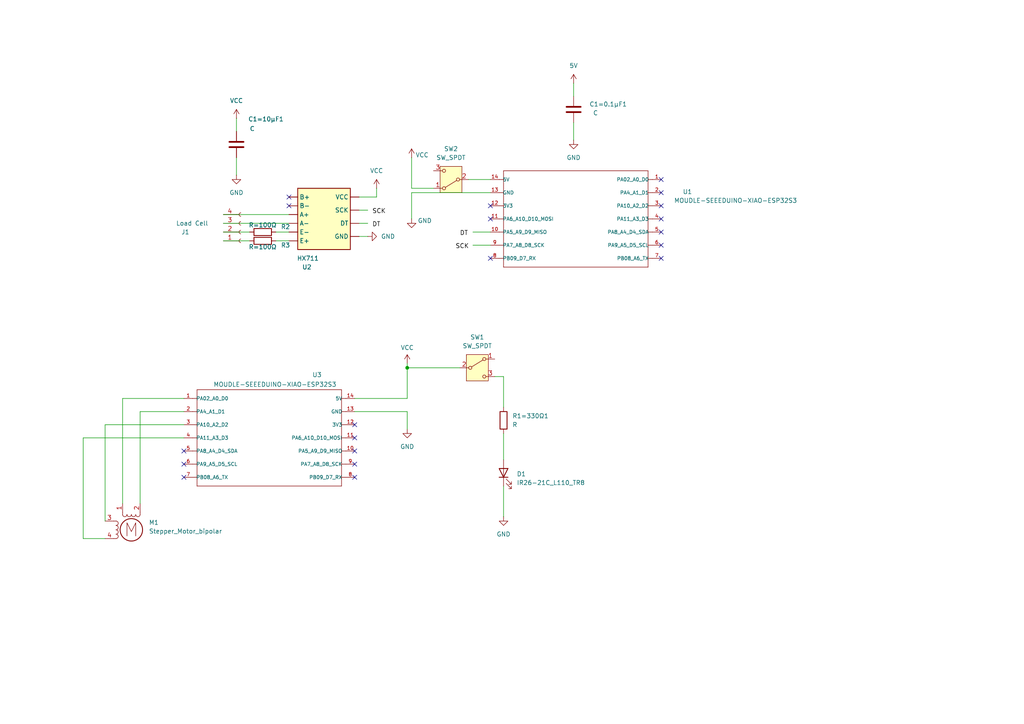
<source format=kicad_sch>
(kicad_sch (version 20231120) (generator "eeschema") (generator_version "8.0")
  (paper "A4")
  (title_block (title "Sensor PCB") (date "2025-01-25") (rev "v1.0") (company "Hannah Xiao"))
  (lib_symbols
    (symbol "Connector:Conn_01x04_Socket" (pin_names (offset 1.016) hide)
      (property "Reference" "J" (at 0 5.08 0))
      (property "Value" "Conn_01x04_Socket" (at 0 -7.62 0))
      (symbol "Conn_01x04_Socket_1_1"
        (arc (start 0 -4.572) (mid -0.5058 -5.08) (end 0 -5.588) (stroke (width 0.1524)))
        (arc (start 0 -2.032) (mid -0.5058 -2.54) (end 0 -3.048) (stroke (width 0.1524)))
        (polyline (pts (xy -1.27 -5.08) (xy -0.508 -5.08)) (stroke (width 0.1524)))
        (polyline (pts (xy -1.27 -2.54) (xy -0.508 -2.54)) (stroke (width 0.1524)))
        (polyline (pts (xy -1.27 0) (xy -0.508 0)) (stroke (width 0.1524)))
        (polyline (pts (xy -1.27 2.54) (xy -0.508 2.54)) (stroke (width 0.1524)))
        (arc (start 0 0.508) (mid -0.5058 0) (end 0 -0.508) (stroke (width 0.1524)))
        (arc (start 0 3.048) (mid -0.5058 2.54) (end 0 2.032) (stroke (width 0.1524)))
        (pin passive line (at -5.08 2.54 0) (length 3.81) (name "Pin_1") (number "1"))
        (pin passive line (at -5.08 0 0) (length 3.81) (name "Pin_2") (number "2"))
        (pin passive line (at -5.08 -2.54 0) (length 3.81) (name "Pin_3") (number "3"))
        (pin passive line (at -5.08 -5.08 0) (length 3.81) (name "Pin_4") (number "4"))
      )
    )
    (symbol "Device:C" (pin_numbers hide) (pin_names (offset 0.254))
      (property "Reference" "C" (at 0.635 2.54 0))
      (property "Value" "C" (at 0.635 -2.54 0))
      (symbol "C_0_1"
        (polyline (pts (xy -2.032 -0.762) (xy 2.032 -0.762)) (stroke (width 0.508)))
        (polyline (pts (xy -2.032 0.762) (xy 2.032 0.762)) (stroke (width 0.508)))
      )
      (symbol "C_1_1"
        (pin passive line (at 0 3.81 270) (length 2.794) (name "~") (number "1"))
        (pin passive line (at 0 -3.81 90) (length 2.794) (name "~") (number "2"))
      )
    )
    (symbol "Device:R" (pin_numbers hide) (pin_names (offset 0))
      (property "Reference" "R" (at 2.032 0 90))
      (property "Value" "R" (at 0 0 90))
      (symbol "R_0_1"
        (rectangle (start -1.016 -2.54) (end 1.016 2.54) (stroke (width 0.254)))
      )
      (symbol "R_1_1"
        (pin passive line (at 0 3.81 270) (length 1.27) (name "~") (number "1"))
        (pin passive line (at 0 -3.81 90) (length 1.27) (name "~") (number "2"))
      )
    )
    (symbol "HX711_1_1"
      (property "Reference" "U2" (at -101.6 -22.86 0))
      (property "Value" "HX711" (at -103.124 -25.4 0))
      (symbol "HX711_1_1_0_1"
        (rectangle (start -102.87 -27.94) (end -87.63 -45.72) (stroke (width 0.254)) (fill (type background)))
      )
      (symbol "HX711_1_1_1_1"
        (pin input line (at -105.41 -38.1 0) (length 2.54) (name "A+") (number ""))
        (pin input line (at -105.41 -35.56 0) (length 2.54) (name "A-") (number ""))
        (pin input line (at -105.41 -43.18 0) (length 2.54) (name "B+") (number ""))
        (pin input line (at -105.41 -40.64 0) (length 2.54) (name "B-") (number ""))
        (pin output line (at -85.09 -35.56 180) (length 2.54) (name "DT") (number ""))
        (pin passive line (at -105.41 -30.48 0) (length 2.54) (name "E+") (number ""))
        (pin passive line (at -105.41 -33.02 0) (length 2.54) (name "E-") (number ""))
        (pin power_in line (at -85.09 -31.75 180) (length 2.54) (name "GND") (number ""))
        (pin input line (at -85.09 -39.37 180) (length 2.54) (name "SCK") (number ""))
        (pin power_in line (at -85.09 -43.18 180) (length 2.54) (name "VCC") (number ""))
      )
    )
    (symbol "LED:IR26-21C_L110_TR8" (pin_numbers hide) (pin_names (offset 1.016) hide)
      (property "Reference" "D" (at 0 2.54 0))
      (property "Value" "IR26-21C_L110_TR8" (at 0 -3.81 0))
      (symbol "IR26-21C_L110_TR8_0_1"
        (polyline (pts (xy -1.27 -1.27) (xy -1.27 1.27)) (stroke (width 0.254)))
        (polyline (pts (xy -1.27 0) (xy 1.27 0)))
        (polyline (pts (xy 1.27 -1.27) (xy 1.27 1.27) (xy -1.27 0) (xy 1.27 -1.27)) (stroke (width 0.254)))
        (polyline (pts (xy -3.048 -0.762) (xy -4.572 -2.286) (xy -3.81 -2.286) (xy -4.572 -2.286) (xy -4.572 -1.524)))
        (polyline (pts (xy -1.778 -0.762) (xy -3.302 -2.286) (xy -2.54 -2.286) (xy -3.302 -2.286) (xy -3.302 -1.524)))
      )
      (symbol "IR26-21C_L110_TR8_1_1"
        (pin passive line (at -3.81 0 0) (length 2.54) (name "K") (number "1"))
        (pin passive line (at 3.81 0 180) (length 2.54) (name "A") (number "2"))
      )
    )
    (symbol "MOUDLE-SEEEDUINO-XIAO-ESP32S3:MOUDLE-SEEEDUINO-XIAO-ESP32S3" (pin_names (offset 1.016))
      (property "Reference" "U" (at -21.59 15.24 0))
      (property "Value" "MOUDLE-SEEEDUINO-XIAO-ESP32S3" (at -21.59 13.97 0))
      (symbol "MOUDLE-SEEEDUINO-XIAO-ESP32S3_0_0"
        (polyline (pts (xy -21.59 -13.97) (xy -21.59 0)) (stroke (width 0.1524)))
        (polyline (pts (xy -21.59 -11.43) (xy -22.86 -11.43)) (stroke (width 0.1524)))
        (polyline (pts (xy -21.59 -7.62) (xy -22.86 -7.62)) (stroke (width 0.1524)))
        (polyline (pts (xy -21.59 -3.81) (xy -22.86 -3.81)) (stroke (width 0.1524)))
        (polyline (pts (xy -21.59 0) (xy -22.86 0)) (stroke (width 0.1524)))
        (polyline (pts (xy -21.59 0) (xy -21.59 3.81)) (stroke (width 0.1524)))
        (polyline (pts (xy -21.59 3.81) (xy -22.86 3.81)) (stroke (width 0.1524)))
        (polyline (pts (xy -21.59 3.81) (xy -21.59 7.62)) (stroke (width 0.1524)))
        (polyline (pts (xy -21.59 7.62) (xy -22.86 7.62)) (stroke (width 0.1524)))
        (polyline (pts (xy -21.59 7.62) (xy -21.59 11.43)) (stroke (width 0.1524)))
        (polyline (pts (xy -21.59 11.43) (xy -22.86 11.43)) (stroke (width 0.1524)))
        (polyline (pts (xy -21.59 11.43) (xy -21.59 13.97)) (stroke (width 0.1524)))
        (polyline (pts (xy -21.59 13.97) (xy 20.32 13.97)) (stroke (width 0.1524)))
        (polyline (pts (xy 20.32 -13.97) (xy -21.59 -13.97)) (stroke (width 0.1524)))
        (polyline (pts (xy 20.32 3.81) (xy 20.32 -13.97)) (stroke (width 0.1524)))
        (polyline (pts (xy 20.32 7.62) (xy 20.32 3.81)) (stroke (width 0.1524)))
        (polyline (pts (xy 20.32 11.43) (xy 20.32 7.62)) (stroke (width 0.1524)))
        (polyline (pts (xy 20.32 13.97) (xy 20.32 11.43)) (stroke (width 0.1524)))
        (polyline (pts (xy 21.59 -11.43) (xy 20.32 -11.43)) (stroke (width 0.1524)))
        (polyline (pts (xy 21.59 -7.62) (xy 20.32 -7.62)) (stroke (width 0.1524)))
        (polyline (pts (xy 21.59 -3.81) (xy 20.32 -3.81)) (stroke (width 0.1524)))
        (polyline (pts (xy 21.59 0) (xy 20.32 0)) (stroke (width 0.1524)))
        (polyline (pts (xy 21.59 3.81) (xy 20.32 3.81)) (stroke (width 0.1524)))
        (polyline (pts (xy 21.59 7.62) (xy 20.32 7.62)) (stroke (width 0.1524)))
        (polyline (pts (xy 21.59 11.43) (xy 20.32 11.43)) (stroke (width 0.1524)))
        (pin bidirectional line (at -25.4 11.43 0) (length 2.54) (name "PA02_A0_D0") (number "1"))
        (pin bidirectional line (at 24.13 -3.81 180) (length 2.54) (name "PA5_A9_D9_MISO") (number "10"))
        (pin bidirectional line (at 24.13 0 180) (length 2.54) (name "PA6_A10_D10_MOSI") (number "11"))
        (pin bidirectional line (at 24.13 3.81 180) (length 2.54) (name "3V3") (number "12"))
        (pin bidirectional line (at 24.13 7.62 180) (length 2.54) (name "GND") (number "13"))
        (pin bidirectional line (at 24.13 11.43 180) (length 2.54) (name "5V") (number "14"))
        (pin bidirectional line (at -25.4 7.62 0) (length 2.54) (name "PA4_A1_D1") (number "2"))
        (pin bidirectional line (at -25.4 3.81 0) (length 2.54) (name "PA10_A2_D2") (number "3"))
        (pin bidirectional line (at -25.4 0 0) (length 2.54) (name "PA11_A3_D3") (number "4"))
        (pin bidirectional line (at -25.4 -3.81 0) (length 2.54) (name "PA8_A4_D4_SDA") (number "5"))
        (pin bidirectional line (at -25.4 -7.62 0) (length 2.54) (name "PA9_A5_D5_SCL") (number "6"))
        (pin bidirectional line (at -25.4 -11.43 0) (length 2.54) (name "PB08_A6_TX") (number "7"))
        (pin bidirectional line (at 24.13 -11.43 180) (length 2.54) (name "PB09_D7_RX") (number "8"))
        (pin bidirectional line (at 24.13 -7.62 180) (length 2.54) (name "PA7_A8_D8_SCK") (number "9"))
      )
    )
    (symbol "Motor:Stepper_Motor_bipolar" (pin_names (offset 0) hide)
      (property "Reference" "M" (at 3.81 2.54 0))
      (property "Value" "Stepper_Motor_bipolar" (at 3.81 1.27 0))
      (symbol "Stepper_Motor_bipolar_0_0"
        (polyline (pts (xy -1.27 -1.778) (xy -1.27 2.032) (xy 0 -0.508) (xy 1.27 2.032) (xy 1.27 -1.778)))
      )
      (symbol "Stepper_Motor_bipolar_0_1"
        (arc (start -4.445 -2.54) (mid -3.8127 -1.905) (end -4.445 -1.27))
        (arc (start -4.445 -1.27) (mid -3.8127 -0.635) (end -4.445 0))
        (arc (start -4.445 0) (mid -3.8127 0.635) (end -4.445 1.27))
        (arc (start -4.445 1.27) (mid -3.8127 1.905) (end -4.445 2.54))
        (arc (start -2.54 4.445) (mid -1.905 3.8127) (end -1.27 4.445))
        (arc (start -1.27 4.445) (mid -0.635 3.8127) (end 0 4.445))
        (polyline (pts (xy -5.08 -2.54) (xy -4.445 -2.54)))
        (polyline (pts (xy -5.08 2.54) (xy -4.445 2.54)))
        (polyline (pts (xy -2.54 5.08) (xy -2.54 4.445)))
        (polyline (pts (xy 2.54 5.08) (xy 2.54 4.445)))
        (circle (center 0 0) (radius 3.2512) (stroke (width 0.254)))
        (arc (start 0 4.445) (mid 0.635 3.8127) (end 1.27 4.445))
        (arc (start 1.27 4.445) (mid 1.905 3.8127) (end 2.54 4.445))
      )
      (symbol "Stepper_Motor_bipolar_1_1"
        (pin passive line (at -2.54 7.62 270) (length 2.54) (name "~") (number "1"))
        (pin passive line (at 2.54 7.62 270) (length 2.54) (name "-") (number "2"))
        (pin passive line (at -7.62 2.54 0) (length 2.54) (name "~") (number "3"))
        (pin passive line (at -7.62 -2.54 0) (length 2.54) (name "~") (number "4"))
      )
    )
    (symbol "Switch:SW_SPDT" (pin_names (offset 0) hide)
      (property "Reference" "SW" (at 0 5.08 0))
      (property "Value" "SW_SPDT" (at 0 -5.08 0))
      (symbol "SW_SPDT_0_1"
        (circle (center -2.032 0) (radius 0.4572))
        (polyline (pts (xy -1.651 0.254) (xy 1.651 2.286)))
        (circle (center 2.032 -2.54) (radius 0.4572))
        (circle (center 2.032 2.54) (radius 0.4572))
      )
      (symbol "SW_SPDT_1_1"
        (rectangle (start -3.175 3.81) (end 3.175 -3.81) (fill (type background)))
        (pin passive line (at 5.08 2.54 180) (length 2.54) (name "A") (number "1"))
        (pin passive line (at -5.08 0 0) (length 2.54) (name "B") (number "2"))
        (pin passive line (at 5.08 -2.54 180) (length 2.54) (name "C") (number "3"))
      )
    )
    (symbol "power:GND" (power) (pin_numbers hide) (pin_names (offset 0) hide)
      (property "Value" "GND" (at 0 -3.81 0))
      (symbol "GND_0_1"
        (polyline (pts (xy 0 0) (xy 0 -1.27) (xy 1.27 -1.27) (xy 0 -2.54) (xy -1.27 -1.27) (xy 0 -1.27)))
      )
      (symbol "GND_1_1"
        (pin power_in line (at 0 0 270) (length 0) (name "~") (number "1"))
      )
    )
    (symbol "power:VCC" (power) (pin_numbers hide) (pin_names (offset 0) hide)
      (property "Value" "VCC" (at 0 3.556 0))
      (symbol "VCC_0_1"
        (polyline (pts (xy -0.762 1.27) (xy 0 2.54)))
        (polyline (pts (xy 0 0) (xy 0 2.54)))
        (polyline (pts (xy 0 2.54) (xy 0.762 1.27)))
      )
      (symbol "VCC_1_1"
        (pin power_in line (at 0 0 90) (length 0) (name "~") (number "1"))
      )
    )
  )
  (junction (at 118.11 106.68))
  (no_connect (at 102.87 138.43))
  (no_connect (at 191.77 67.31))
  (no_connect (at 83.82 57.15))
  (no_connect (at 142.24 59.69))
  (no_connect (at 191.77 63.5))
  (no_connect (at 53.34 134.62))
  (no_connect (at 142.24 74.93))
  (no_connect (at 83.82 59.69))
  (no_connect (at 102.87 130.81))
  (no_connect (at 53.34 138.43))
  (no_connect (at 102.87 123.19))
  (no_connect (at 102.87 127))
  (no_connect (at 53.34 130.81))
  (no_connect (at 191.77 59.69))
  (no_connect (at 191.77 74.93))
  (no_connect (at 191.77 71.12))
  (no_connect (at 142.24 63.5))
  (no_connect (at 191.77 52.07))
  (no_connect (at 102.87 134.62))
  (no_connect (at 191.77 55.88))
  (wire (pts (xy 24.13 156.21) (xy 30.48 156.21)))
  (wire (pts (xy 125.73 54.61) (xy 119.38 54.61)))
  (wire (pts (xy 30.48 123.19) (xy 30.48 151.13)))
  (wire (pts (xy 146.05 140.97) (xy 146.05 149.86)))
  (wire (pts (xy 53.34 115.57) (xy 35.56 115.57)))
  (wire (pts (xy 137.16 67.31) (xy 142.24 67.31)))
  (wire (pts (xy 166.37 40.64) (xy 166.37 35.56)))
  (wire (pts (xy 118.11 106.68) (xy 133.35 106.68)))
  (wire (pts (xy 146.05 125.73) (xy 146.05 133.35)))
  (wire (pts (xy 68.58 38.1) (xy 68.58 34.29)))
  (wire (pts (xy 104.14 64.77) (xy 106.68 64.77)))
  (wire (pts (xy 53.34 123.19) (xy 30.48 123.19)))
  (wire (pts (xy 102.87 115.57) (xy 118.11 115.57)))
  (wire (pts (xy 137.16 71.12) (xy 142.24 71.12)))
  (wire (pts (xy 143.51 109.22) (xy 146.05 109.22)))
  (wire (pts (xy 119.38 45.72) (xy 119.38 54.61)))
  (wire (pts (xy 64.77 69.85) (xy 72.39 69.85)))
  (wire (pts (xy 40.64 119.38) (xy 40.64 146.05)))
  (wire (pts (xy 106.68 68.58) (xy 104.14 68.58)))
  (wire (pts (xy 24.13 127) (xy 24.13 156.21)))
  (wire (pts (xy 53.34 127) (xy 24.13 127)))
  (wire (pts (xy 68.58 50.8) (xy 68.58 45.72)))
  (wire (pts (xy 109.22 54.61) (xy 109.22 57.15)))
  (wire (pts (xy 142.24 55.88) (xy 119.38 55.88)))
  (wire (pts (xy 64.77 67.31) (xy 72.39 67.31)))
  (wire (pts (xy 109.22 57.15) (xy 104.14 57.15)))
  (wire (pts (xy 118.11 106.68) (xy 118.11 105.41)))
  (wire (pts (xy 102.87 119.38) (xy 118.11 119.38)))
  (wire (pts (xy 135.89 52.07) (xy 142.24 52.07)))
  (wire (pts (xy 118.11 119.38) (xy 118.11 124.46)))
  (wire (pts (xy 35.56 115.57) (xy 35.56 146.05)))
  (wire (pts (xy 64.77 62.23) (xy 83.82 62.23)))
  (wire (pts (xy 166.37 27.94) (xy 166.37 24.13)))
  (wire (pts (xy 64.77 64.77) (xy 83.82 64.77)))
  (wire (pts (xy 104.14 60.96) (xy 106.68 60.96)))
  (wire (pts (xy 146.05 109.22) (xy 146.05 118.11)))
  (wire (pts (xy 53.34 119.38) (xy 40.64 119.38)))
  (wire (pts (xy 80.01 67.31) (xy 83.82 67.31)))
  (wire (pts (xy 119.38 55.88) (xy 119.38 63.5)))
  (wire (pts (xy 118.11 115.57) (xy 118.11 106.68)))
  (wire (pts (xy 80.01 69.85) (xy 83.82 69.85)))
  (label "DT" (at 133.35 68.58 0))
  (label "SCK" (at 132.08 72.39 0))
  (label "DT" (at 107.95 66.04 0))
  (label "SCK" (at 107.95 62.23 0))
  (symbol (lib_id "power:VCC") (at 119.38 45.72 0) (unit 1)
    (property "Reference" "#PWR03" (effects (hide yes)))
    (property "Value" "VCC" (at 122.428 44.958 0))
    (property "Description" "Power symbol creates a global label with name \"VCC\"" (effects (hide yes)))
  )
  (symbol (lib_id "Switch:SW_SPDT") (at 138.43 106.68 0) (unit 1)
    (property "Reference" "SW1" (at 138.43 97.79 0))
    (property "Value" "SW_SPDT" (at 138.43 100.33 0))
    (property "Description" "Switch, single pole double throw" (effects (hide yes)))
  )
  (symbol (lib_id "power:VCC") (at 118.11 105.41 0) (unit 1)
    (property "Reference" "#PWR07" (effects (hide yes)))
    (property "Value" "VCC" (at 118.11 100.838 0))
    (property "Description" "Power symbol creates a global label with name \"VCC\"" (effects (hide yes)))
  )
  (symbol (lib_id "Motor:Stepper_Motor_bipolar") (at 38.1 153.67 0) (unit 1)
    (property "Reference" "M1" (at 43.18 151.549 0) (effects (justify left)))
    (property "Value" "Stepper_Motor_bipolar" (at 43.18 154.089 0) (effects (justify left)))
    (property "Datasheet" "http://www.infineon.com/dgdl/Application-Note-TLE8110EE_driving_UniPolarStepperMotor_V1.1.pdf?fileId=db3a30431be39b97011be5d0aa0a00b0" (effects (hide yes)))
    (property "Description" "4-wire bipolar stepper motor" (effects (hide yes)))
  )
  (symbol (lib_id "power:VCC") (at 109.22 54.61 0) (mirror y) (unit 1)
    (property "Reference" "#PWR01" (effects (hide yes)))
    (property "Value" "VCC" (at 109.22 49.53 0))
    (property "Description" "Power symbol creates a global label with name \"VCC\"" (effects (hide yes)))
  )
  (symbol (lib_id "Connector:Conn_01x04_Socket") (at 69.85 67.31 0) (mirror x) (unit 1)
    (property "Reference" "J1" (at 52.578 67.31 0) (effects (justify left)))
    (property "Value" "Load Cell" (at 51.054 64.77 0) (effects (justify left)))
    (property "Description" "Generic connector, single row, 01x04, script generated" (effects (hide yes)))
  )
  (symbol (lib_id "power:GND") (at 118.11 124.46 0) (unit 1)
    (property "Reference" "#PWR08" (effects (hide yes)))
    (property "Value" "GND" (at 118.11 129.54 0))
    (property "Description" "Power symbol creates a global label with name \"GND\" , ground" (effects (hide yes)))
  )
  (symbol (lib_id "Device:R") (at 76.2 67.31 90) (unit 1)
    (property "Reference" "R2" (at 82.804 65.786 90))
    (property "Value" "R=100Ω" (at 76.2 71.628 90))
    (property "Footprint" "Resistor_SMD:R_0805_2012Metric_Pad1.20x1.40mm_HandSolder" (effects (hide yes)))
    (property "Description" "Resistor" (effects (hide yes)))
  )
  (symbol (lib_id "power:GND") (at 166.37 40.64 0) (unit 1)
    (property "Reference" "#PWR09" (effects (hide yes)))
    (property "Value" "GND" (at 166.37 45.72 0))
    (property "Description" "Power symbol creates a global label with name \"GND\" , ground" (effects (hide yes)))
  )
  (symbol (lib_id "Switch:SW_SPDT") (at 130.81 52.07 180) (unit 1)
    (property "Reference" "SW2" (at 130.81 43.18 0))
    (property "Value" "SW_SPDT" (at 130.81 45.72 0))
    (property "Description" "Switch, single pole double throw" (effects (hide yes)))
  )
  (symbol (lib_name "HX711_1_1") (lib_id "hx711_revise:HX711_1") (at 189.23 100.33 0) (mirror x) (unit 1)
    (property "Reference" "U2" (at 87.63 77.47 0) (effects (justify left)))
    (property "Value" "HX711" (at 86.106 74.93 0) (effects (justify left)))
    (property "Footprint" "Package_SO:SOP-16_3.9x9.9mm_P1.27mm" (effects (hide yes)))
    (property "Datasheet" "https://web.archive.org/web/20220615044707/https://akizukidenshi.com/download/ds/avia/hx711.pdf" (effects (hide yes)))
    (property "Description" "24-Bit Analog-to-Digital Converter (ADC) for Weight Scales" (effects (hide yes)))
  )
  (symbol (lib_id "power:GND") (at 68.58 50.8 0) (unit 1)
    (property "Reference" "#PWR06" (effects (hide yes)))
    (property "Value" "GND" (at 68.58 55.88 0))
    (property "Description" "Power symbol creates a global label with name \"GND\" , ground" (effects (hide yes)))
  )
  (symbol (lib_id "power:GND") (at 146.05 149.86 0) (unit 1)
    (property "Reference" "#PWR011" (effects (hide yes)))
    (property "Value" "GND" (at 146.05 154.94 0))
    (property "Description" "Power symbol creates a global label with name \"GND\" , ground" (effects (hide yes)))
  )
  (symbol (lib_id "MOUDLE-SEEEDUINO-XIAO-ESP32S3:MOUDLE-SEEEDUINO-XIAO-ESP32S3") (at 166.37 63.5 0) (mirror y) (unit 1)
    (property "Reference" "U1" (at 199.39 55.626 0))
    (property "Value" "MOUDLE-SEEEDUINO-XIAO-ESP32S3" (at 213.36 58.166 0))
    (property "Footprint" "MOUDLE14P-SMD-2.54-21X17.8MM" (effects (hide yes)))
  )
  (symbol (lib_id "Device:R") (at 146.05 121.92 0) (unit 1)
    (property "Reference" "R1=330Ω1" (at 148.59 120.6499 0) (effects (justify left)))
    (property "Value" "R" (at 148.59 123.1899 0) (effects (justify left)))
    (property "Footprint" "Resistor_SMD:R_0805_2012Metric_Pad1.20x1.40mm_HandSolder" (effects (hide yes)))
    (property "Description" "Resistor" (effects (hide yes)))
  )
  (symbol (lib_id "Device:C") (at 68.58 41.91 180) (unit 1)
    (property "Reference" "C1=10µF1" (at 82.296 34.544 0) (effects (justify left)))
    (property "Value" "C" (at 73.914 37.338 0) (effects (justify left)))
    (property "Footprint" "Capacitor_SMD:C_0805_2012Metric_Pad1.18x1.45mm_HandSolder" (effects (hide yes)))
    (property "Description" "Unpolarized capacitor" (effects (hide yes)))
  )
  (symbol (lib_id "power:GND") (at 106.68 68.58 90) (unit 1)
    (property "Reference" "#PWR02" (effects (hide yes)))
    (property "Value" "GND" (at 110.49 68.5799 90) (effects (justify right)))
    (property "Description" "Power symbol creates a global label with name \"GND\" , ground" (effects (hide yes)))
  )
  (symbol (lib_id "LED:IR26-21C_L110_TR8") (at 146.05 137.16 90) (unit 1)
    (property "Reference" "D1" (at 149.86 137.4774 90) (effects (justify right)))
    (property "Value" "IR26-21C_L110_TR8" (at 149.86 140.0174 90) (effects (justify right)))
    (property "Footprint" "LED_SMD:LED_1206_3216Metric" (effects (hide yes)))
    (property "Datasheet" "http://www.everlight.com/file/ProductFile/IR26-21C-L110-TR8.pdf" (effects (hide yes)))
    (property "Description" "940nm, 20 deg, Infrared LED, 1206" (effects (hide yes)))
  )
  (symbol (lib_id "power:VCC") (at 166.37 24.13 0) (mirror y) (unit 1)
    (property "Reference" "#PWR010" (effects (hide yes)))
    (property "Value" "5V" (at 166.37 19.05 0))
    (property "Description" "Power symbol creates a global label with name \"VCC\"" (effects (hide yes)))
  )
  (symbol (lib_id "Device:R") (at 76.2 69.85 90) (unit 1)
    (property "Reference" "R3" (at 82.804 71.12 90))
    (property "Value" "R=100Ω" (at 76.2 65.278 90))
    (property "Footprint" "Resistor_SMD:R_0815_2038Metric_Pad1.20x4.05mm_HandSolder" (effects (hide yes)))
    (property "Description" "Resistor" (effects (hide yes)))
  )
  (symbol (lib_id "Device:C") (at 166.37 31.75 180) (unit 1)
    (property "Reference" "C1=0.1µF1" (at 181.864 30.226 0) (effects (justify left)))
    (property "Value" "C" (at 173.482 32.766 0) (effects (justify left)))
    (property "Footprint" "Capacitor_SMD:C_0805_2012Metric_Pad1.18x1.45mm_HandSolder" (effects (hide yes)))
    (property "Description" "Unpolarized capacitor" (effects (hide yes)))
  )
  (symbol (lib_id "power:VCC") (at 68.58 34.29 0) (mirror y) (unit 1)
    (property "Reference" "#PWR05" (effects (hide yes)))
    (property "Value" "VCC" (at 68.58 29.21 0))
    (property "Description" "Power symbol creates a global label with name \"VCC\"" (effects (hide yes)))
  )
  (symbol (lib_id "power:GND") (at 119.38 63.5 0) (mirror y) (unit 1)
    (property "Reference" "#PWR04" (effects (hide yes)))
    (property "Value" "GND" (at 121.158 64.008 0) (effects (justify right)))
    (property "Description" "Power symbol creates a global label with name \"GND\" , ground" (effects (hide yes)))
  )
  (symbol (lib_id "MOUDLE-SEEEDUINO-XIAO-ESP32S3:MOUDLE-SEEEDUINO-XIAO-ESP32S3") (at 78.74 127 0) (unit 1)
    (property "Reference" "U3" (at 91.948 108.712 0))
    (property "Value" "MOUDLE-SEEEDUINO-XIAO-ESP32S3" (at 79.756 111.506 0))
    (property "Footprint" "MOUDLE14P-SMD-2.54-21X17.8MM" (effects (hide yes)))
  )
)
</source>
